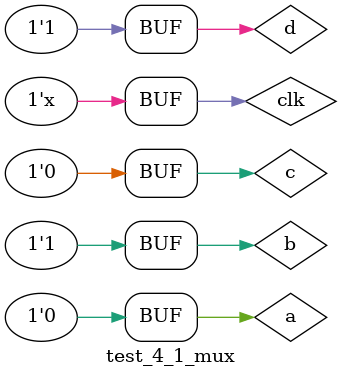
<source format=v>




`timescale 1ns/1ns

module test_4_1_mux();
	reg a,b,c,d,s1,s0,clk;
	wire out;
	four_one_mux F1(a,b,c,d,s0,s1,out);
	
	initial begin 
	 clk = 0;
	 a  = 0;
	b = 1;
	c=0;
	d=1;
	s0 = 0;
	s1 = 0;
	
	end 

	always #5 clk=~clk;

	always@(negedge clk)
	begin 
		s0 = s0 + 1;
		s1 = s1 + 1;
	end
	
	
 	
endmodule 
</source>
